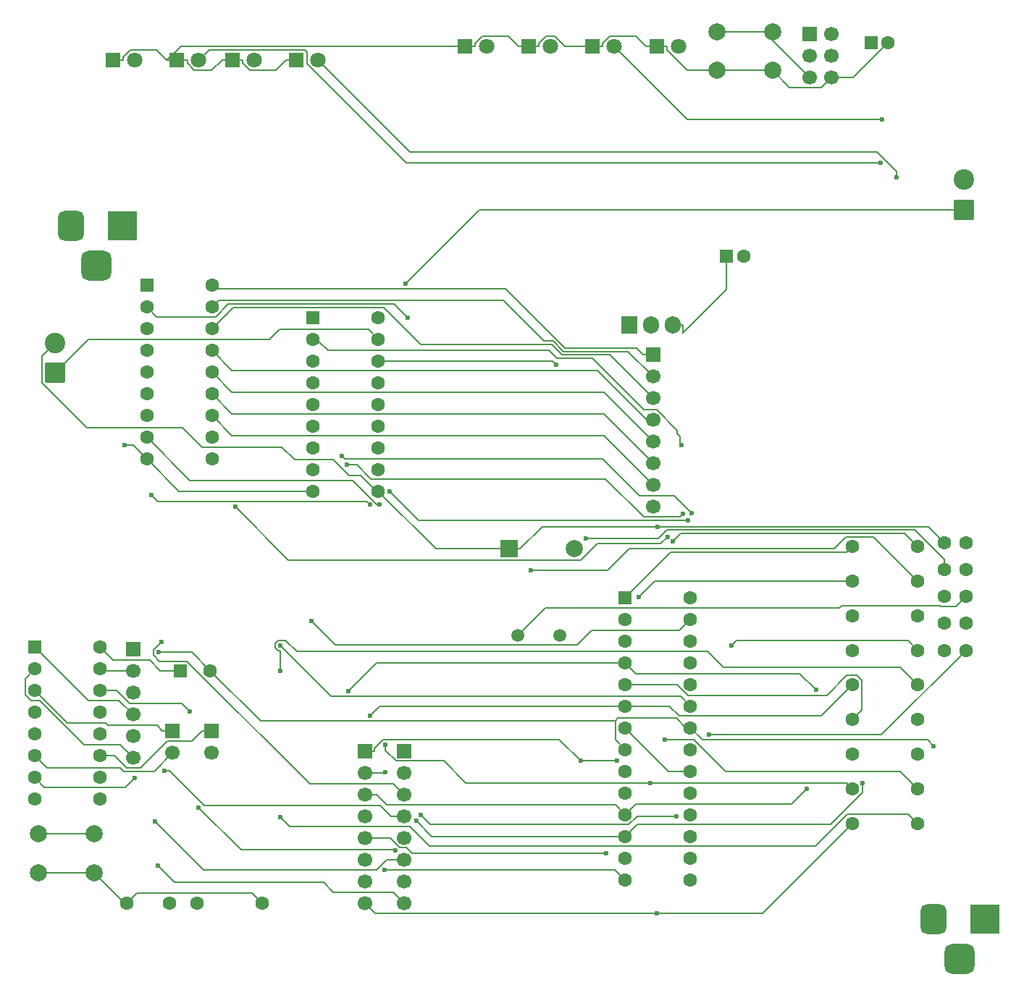
<source format=gbr>
%TF.GenerationSoftware,KiCad,Pcbnew,9.0.7*%
%TF.CreationDate,2026-02-28T21:15:57+05:30*%
%TF.ProjectId,IPD AVR (2),49504420-4156-4522-9028-32292e6b6963,rev?*%
%TF.SameCoordinates,Original*%
%TF.FileFunction,Copper,L1,Top*%
%TF.FilePolarity,Positive*%
%FSLAX46Y46*%
G04 Gerber Fmt 4.6, Leading zero omitted, Abs format (unit mm)*
G04 Created by KiCad (PCBNEW 9.0.7) date 2026-02-28 21:15:57*
%MOMM*%
%LPD*%
G01*
G04 APERTURE LIST*
G04 Aperture macros list*
%AMRoundRect*
0 Rectangle with rounded corners*
0 $1 Rounding radius*
0 $2 $3 $4 $5 $6 $7 $8 $9 X,Y pos of 4 corners*
0 Add a 4 corners polygon primitive as box body*
4,1,4,$2,$3,$4,$5,$6,$7,$8,$9,$2,$3,0*
0 Add four circle primitives for the rounded corners*
1,1,$1+$1,$2,$3*
1,1,$1+$1,$4,$5*
1,1,$1+$1,$6,$7*
1,1,$1+$1,$8,$9*
0 Add four rect primitives between the rounded corners*
20,1,$1+$1,$2,$3,$4,$5,0*
20,1,$1+$1,$4,$5,$6,$7,0*
20,1,$1+$1,$6,$7,$8,$9,0*
20,1,$1+$1,$8,$9,$2,$3,0*%
G04 Aperture macros list end*
%TA.AperFunction,ComponentPad*%
%ADD10R,1.905000X2.000000*%
%TD*%
%TA.AperFunction,ComponentPad*%
%ADD11O,1.905000X2.000000*%
%TD*%
%TA.AperFunction,ComponentPad*%
%ADD12R,1.700000X1.700000*%
%TD*%
%TA.AperFunction,ComponentPad*%
%ADD13C,1.700000*%
%TD*%
%TA.AperFunction,ComponentPad*%
%ADD14R,1.800000X1.800000*%
%TD*%
%TA.AperFunction,ComponentPad*%
%ADD15C,1.800000*%
%TD*%
%TA.AperFunction,ComponentPad*%
%ADD16C,1.600000*%
%TD*%
%TA.AperFunction,ComponentPad*%
%ADD17RoundRect,0.250000X-0.550000X-0.550000X0.550000X-0.550000X0.550000X0.550000X-0.550000X0.550000X0*%
%TD*%
%TA.AperFunction,ComponentPad*%
%ADD18C,1.500000*%
%TD*%
%TA.AperFunction,ComponentPad*%
%ADD19RoundRect,0.250001X0.949999X-0.949999X0.949999X0.949999X-0.949999X0.949999X-0.949999X-0.949999X0*%
%TD*%
%TA.AperFunction,ComponentPad*%
%ADD20C,2.400000*%
%TD*%
%TA.AperFunction,ComponentPad*%
%ADD21R,2.000000X2.000000*%
%TD*%
%TA.AperFunction,ComponentPad*%
%ADD22C,2.000000*%
%TD*%
%TA.AperFunction,ComponentPad*%
%ADD23R,3.500000X3.500000*%
%TD*%
%TA.AperFunction,ComponentPad*%
%ADD24RoundRect,0.750000X-0.750000X-1.000000X0.750000X-1.000000X0.750000X1.000000X-0.750000X1.000000X0*%
%TD*%
%TA.AperFunction,ComponentPad*%
%ADD25RoundRect,0.875000X-0.875000X-0.875000X0.875000X-0.875000X0.875000X0.875000X-0.875000X0.875000X0*%
%TD*%
%TA.AperFunction,ViaPad*%
%ADD26C,0.600000*%
%TD*%
%TA.AperFunction,Conductor*%
%ADD27C,0.200000*%
%TD*%
G04 APERTURE END LIST*
D10*
%TO.P,U1,1,IN*%
%TO.N,V_Motor*%
X114880000Y-93450000D03*
D11*
%TO.P,U1,2,GND*%
%TO.N,GND*%
X117420000Y-93450000D03*
%TO.P,U1,3,OUT*%
%TO.N,+5V*%
X119960000Y-93450000D03*
%TD*%
D12*
%TO.P,J2,1,Pin_1*%
%TO.N,Net-(J2-Pin_1)*%
X135960000Y-59480000D03*
D13*
%TO.P,J2,2,Pin_2*%
%TO.N,+5V*%
X138500000Y-59480000D03*
%TO.P,J2,3,Pin_3*%
%TO.N,Net-(J2-Pin_3)*%
X135960000Y-62020000D03*
%TO.P,J2,4,Pin_4*%
%TO.N,Net-(J2-Pin_4)*%
X138500000Y-62020000D03*
%TO.P,J2,5,Pin_5*%
%TO.N,Net-(J2-Pin_5)*%
X135960000Y-64560000D03*
%TO.P,J2,6,Pin_6*%
%TO.N,GND*%
X138500000Y-64560000D03*
%TD*%
D14*
%TO.P,D6,1,K*%
%TO.N,GND*%
X68500000Y-62500000D03*
D15*
%TO.P,D6,2,A*%
%TO.N,Net-(D6-A)*%
X71040000Y-62500000D03*
%TD*%
D16*
%TO.P,R10,1*%
%TO.N,5v*%
X64340000Y-161100000D03*
%TO.P,R10,2*%
%TO.N,reset*%
X71960000Y-161100000D03*
%TD*%
%TO.P,C4,1*%
%TO.N,Net-(U2-XTAL1{slash}PB6)*%
X151770000Y-122100000D03*
%TO.P,C4,2*%
%TO.N,GND*%
X154270000Y-122100000D03*
%TD*%
D14*
%TO.P,D5,1,K*%
%TO.N,GND*%
X110620000Y-60920000D03*
D15*
%TO.P,D5,2,A*%
%TO.N,Net-(D5-A)*%
X113160000Y-60920000D03*
%TD*%
D14*
%TO.P,D8,1,K*%
%TO.N,GND*%
X75980000Y-62500000D03*
D15*
%TO.P,D8,2,A*%
%TO.N,Net-(D8-A)*%
X78520000Y-62500000D03*
%TD*%
D12*
%TO.P,J3,1,Pin_1*%
%TO.N,PD7*%
X84000000Y-143340000D03*
D13*
%TO.P,J3,2,Pin_2*%
%TO.N,PD6*%
X84000000Y-145880000D03*
%TO.P,J3,3,Pin_3*%
%TO.N,PD5*%
X84000000Y-148420000D03*
%TO.P,J3,4,Pin_4*%
%TO.N,PD4*%
X84000000Y-150960000D03*
%TO.P,J3,5,Pin_5*%
%TO.N,PD3*%
X84000000Y-153500000D03*
%TO.P,J3,6,Pin_6*%
%TO.N,PD2*%
X84000000Y-156040000D03*
%TO.P,J3,7,Pin_7*%
%TO.N,PD1*%
X84000000Y-158580000D03*
%TO.P,J3,8,Pin_8*%
%TO.N,PD0*%
X84000000Y-161120000D03*
%TD*%
D16*
%TO.P,R8,1*%
%TO.N,PD1*%
X141000000Y-147750000D03*
%TO.P,R8,2*%
%TO.N,Net-(D3-A)*%
X148620000Y-147750000D03*
%TD*%
D14*
%TO.P,D7,1,K*%
%TO.N,GND*%
X118100000Y-60920000D03*
D15*
%TO.P,D7,2,A*%
%TO.N,Net-(D7-A)*%
X120640000Y-60920000D03*
%TD*%
D17*
%TO.P,C8,1*%
%TO.N,12v*%
X62424700Y-133930000D03*
D16*
%TO.P,C8,2*%
%TO.N,GND*%
X65924700Y-133930000D03*
%TD*%
D18*
%TO.P,Y1,1,1*%
%TO.N,Net-(U2-XTAL2{slash}PB7)*%
X101910000Y-129800000D03*
%TO.P,Y1,2,2*%
%TO.N,Net-(U2-XTAL1{slash}PB6)*%
X106790000Y-129800000D03*
%TD*%
D16*
%TO.P,R1,1*%
%TO.N,Net-(J2-Pin_5)*%
X141000000Y-119400000D03*
%TO.P,R1,2*%
%TO.N,+5V*%
X148620000Y-119400000D03*
%TD*%
D14*
%TO.P,D4,1,K*%
%TO.N,GND*%
X62040000Y-62500000D03*
D15*
%TO.P,D4,2,A*%
%TO.N,Net-(D4-A)*%
X64580000Y-62500000D03*
%TD*%
D12*
%TO.P,J8,1,Pin_1*%
%TO.N,Net-(J8-Pin_1)*%
X56910000Y-131450000D03*
D13*
%TO.P,J8,2,Pin_2*%
%TO.N,Net-(J8-Pin_2)*%
X56910000Y-133990000D03*
%TO.P,J8,3,Pin_3*%
%TO.N,Net-(J8-Pin_3)*%
X56910000Y-136530000D03*
%TO.P,J8,4,Pin_4*%
%TO.N,Net-(J8-Pin_4)*%
X56910000Y-139070000D03*
%TO.P,J8,5,Pin_5*%
%TO.N,Net-(J8-Pin_5)*%
X56910000Y-141610000D03*
%TO.P,J8,6,Pin_6*%
%TO.N,Net-(J8-Pin_6)*%
X56910000Y-144150000D03*
%TD*%
D14*
%TO.P,D1,1,K*%
%TO.N,GND*%
X95660000Y-60920000D03*
D15*
%TO.P,D1,2,A*%
%TO.N,Net-(D1-A)*%
X98200000Y-60920000D03*
%TD*%
D17*
%TO.P,U5,1,EN1\u002C2*%
%TO.N,Net-(J8-Pin_4)*%
X45420000Y-131200000D03*
D16*
%TO.P,U5,2,1A*%
%TO.N,Net-(J8-Pin_6)*%
X45420000Y-133740000D03*
%TO.P,U5,3,1Y*%
%TO.N,Net-(J9-Pin_1)*%
X45420000Y-136280000D03*
%TO.P,U5,4,GND*%
%TO.N,GND*%
X45420000Y-138820000D03*
%TO.P,U5,5,GND*%
X45420000Y-141360000D03*
%TO.P,U5,6,2Y*%
%TO.N,Net-(J9-Pin_2)*%
X45420000Y-143900000D03*
%TO.P,U5,7,2A*%
%TO.N,Net-(J8-Pin_5)*%
X45420000Y-146440000D03*
%TO.P,U5,8,VCC2*%
%TO.N,12v*%
X45420000Y-148980000D03*
%TO.P,U5,9,EN3\u002C4*%
%TO.N,Net-(J8-Pin_1)*%
X53040000Y-148980000D03*
%TO.P,U5,10,3A*%
%TO.N,Net-(J8-Pin_3)*%
X53040000Y-146440000D03*
%TO.P,U5,11,3Y*%
%TO.N,Net-(J10-Pin_1)*%
X53040000Y-143900000D03*
%TO.P,U5,12,GND*%
%TO.N,GND*%
X53040000Y-141360000D03*
%TO.P,U5,13,GND*%
X53040000Y-138820000D03*
%TO.P,U5,14,4Y*%
%TO.N,Net-(J10-Pin_2)*%
X53040000Y-136280000D03*
%TO.P,U5,15,4A*%
%TO.N,Net-(J8-Pin_2)*%
X53040000Y-133740000D03*
%TO.P,U5,16,VCC1*%
%TO.N,12v*%
X53040000Y-131200000D03*
%TD*%
D19*
%TO.P,J4,1,Pin_1*%
%TO.N,Net-(J4-Pin_1)*%
X154000000Y-80000000D03*
D20*
%TO.P,J4,2,Pin_2*%
%TO.N,V_Motor*%
X154000000Y-76500000D03*
%TD*%
D16*
%TO.P,C2,1*%
%TO.N,V_Motor*%
X151770000Y-118950000D03*
%TO.P,C2,2*%
%TO.N,GND*%
X154270000Y-118950000D03*
%TD*%
D17*
%TO.P,C3,1*%
%TO.N,+5V*%
X126289800Y-85410000D03*
D16*
%TO.P,C3,2*%
%TO.N,GND*%
X128289800Y-85410000D03*
%TD*%
D12*
%TO.P,J7,1,Pin_1*%
%TO.N,Net-(J7-Pin_1)*%
X117680000Y-96960000D03*
D13*
%TO.P,J7,2,Pin_2*%
%TO.N,Net-(J7-Pin_2)*%
X117680000Y-99500000D03*
%TO.P,J7,3,Pin_3*%
%TO.N,Net-(J7-Pin_3)*%
X117680000Y-102040000D03*
%TO.P,J7,4,Pin_4*%
%TO.N,Net-(J7-Pin_4)*%
X117680000Y-104580000D03*
%TO.P,J7,5,Pin_5*%
%TO.N,Net-(J7-Pin_5)*%
X117680000Y-107120000D03*
%TO.P,J7,6,Pin_6*%
%TO.N,Net-(J7-Pin_6)*%
X117680000Y-109660000D03*
%TO.P,J7,7,Pin_7*%
%TO.N,Net-(J7-Pin_7)*%
X117680000Y-112200000D03*
%TO.P,J7,8,Pin_8*%
%TO.N,Net-(J7-Pin_8)*%
X117680000Y-114740000D03*
%TD*%
D12*
%TO.P,J10,1,Pin_1*%
%TO.N,Net-(J10-Pin_1)*%
X66090000Y-141000000D03*
D13*
%TO.P,J10,2,Pin_2*%
%TO.N,Net-(J10-Pin_2)*%
X66090000Y-143540000D03*
%TD*%
D16*
%TO.P,C7,1*%
%TO.N,GND*%
X151770000Y-131550000D03*
%TO.P,C7,2*%
%TO.N,Net-(U2-AREF)*%
X154270000Y-131550000D03*
%TD*%
D19*
%TO.P,J5,1,Pin_1*%
%TO.N,Net-(J5-Pin_1)*%
X47790000Y-99120000D03*
D20*
%TO.P,J5,2,Pin_2*%
%TO.N,V_Motor*%
X47790000Y-95620000D03*
%TD*%
D16*
%TO.P,R5,1*%
%TO.N,PD4*%
X141000000Y-135600000D03*
%TO.P,R5,2*%
%TO.N,Net-(D6-A)*%
X148620000Y-135600000D03*
%TD*%
%TO.P,R4,1*%
%TO.N,PD5*%
X141000000Y-131550000D03*
%TO.P,R4,2*%
%TO.N,Net-(D7-A)*%
X148620000Y-131550000D03*
%TD*%
D12*
%TO.P,J6,1,Pin_1*%
%TO.N,Net-(J6-Pin_1)*%
X88590000Y-143340000D03*
D13*
%TO.P,J6,2,Pin_2*%
%TO.N,Net-(J6-Pin_2)*%
X88590000Y-145880000D03*
%TO.P,J6,3,Pin_3*%
%TO.N,Net-(J6-Pin_3)*%
X88590000Y-148420000D03*
%TO.P,J6,4,Pin_4*%
%TO.N,Net-(J6-Pin_4)*%
X88590000Y-150960000D03*
%TO.P,J6,5,Pin_5*%
%TO.N,Net-(J6-Pin_5)*%
X88590000Y-153500000D03*
%TO.P,J6,6,Pin_6*%
%TO.N,Net-(J6-Pin_6)*%
X88590000Y-156040000D03*
%TO.P,J6,7,Pin_7*%
%TO.N,Net-(J6-Pin_7)*%
X88590000Y-158580000D03*
%TO.P,J6,8,Pin_8*%
%TO.N,Net-(J6-Pin_8)*%
X88590000Y-161120000D03*
%TD*%
D16*
%TO.P,C5,1*%
%TO.N,GND*%
X151770000Y-125250000D03*
%TO.P,C5,2*%
%TO.N,Net-(U2-XTAL2{slash}PB7)*%
X154270000Y-125250000D03*
%TD*%
D12*
%TO.P,J9,1,Pin_1*%
%TO.N,Net-(J9-Pin_1)*%
X61500000Y-141000000D03*
D13*
%TO.P,J9,2,Pin_2*%
%TO.N,Net-(J9-Pin_2)*%
X61500000Y-143540000D03*
%TD*%
D16*
%TO.P,R7,1*%
%TO.N,PD2*%
X141000000Y-143700000D03*
%TO.P,R7,2*%
%TO.N,Net-(D4-A)*%
X148620000Y-143700000D03*
%TD*%
D17*
%TO.P,U3,1,I1*%
%TO.N,PC0*%
X77950000Y-92620000D03*
D16*
%TO.P,U3,2,I2*%
%TO.N,PC1*%
X77950000Y-95160000D03*
%TO.P,U3,3,I3*%
%TO.N,PC2*%
X77950000Y-97700000D03*
%TO.P,U3,4,I4*%
%TO.N,PC3*%
X77950000Y-100240000D03*
%TO.P,U3,5,I5*%
%TO.N,PC4*%
X77950000Y-102780000D03*
%TO.P,U3,6,I6*%
%TO.N,PC5*%
X77950000Y-105320000D03*
%TO.P,U3,7,I7*%
%TO.N,PB0*%
X77950000Y-107860000D03*
%TO.P,U3,8,I8*%
%TO.N,PB1*%
X77950000Y-110400000D03*
%TO.P,U3,9,GND*%
%TO.N,GND*%
X77950000Y-112940000D03*
%TO.P,U3,10,COM*%
%TO.N,V_Motor*%
X85570000Y-112940000D03*
%TO.P,U3,11,O8*%
%TO.N,unconnected-(U3-O8-Pad11)*%
X85570000Y-110400000D03*
%TO.P,U3,12,O7*%
%TO.N,unconnected-(U3-O7-Pad12)*%
X85570000Y-107860000D03*
%TO.P,U3,13,O6*%
%TO.N,unconnected-(U3-O6-Pad13)*%
X85570000Y-105320000D03*
%TO.P,U3,14,O5*%
%TO.N,unconnected-(U3-O5-Pad14)*%
X85570000Y-102780000D03*
%TO.P,U3,15,O4*%
%TO.N,unconnected-(U3-O4-Pad15)*%
X85570000Y-100240000D03*
%TO.P,U3,16,O3*%
%TO.N,Net-(BZ1--)*%
X85570000Y-97700000D03*
%TO.P,U3,17,O2*%
%TO.N,Net-(J5-Pin_1)*%
X85570000Y-95160000D03*
%TO.P,U3,18,O1*%
%TO.N,Net-(J4-Pin_1)*%
X85570000Y-92620000D03*
%TD*%
D21*
%TO.P,BZ1,1,+*%
%TO.N,V_Motor*%
X100850000Y-119670000D03*
D22*
%TO.P,BZ1,2,-*%
%TO.N,Net-(BZ1--)*%
X108450000Y-119670000D03*
%TD*%
D16*
%TO.P,R6,1*%
%TO.N,PD3*%
X141000000Y-139650000D03*
%TO.P,R6,2*%
%TO.N,Net-(D5-A)*%
X148620000Y-139650000D03*
%TD*%
D17*
%TO.P,U4,1,I1*%
%TO.N,Net-(J6-Pin_8)*%
X58500000Y-88860000D03*
D16*
%TO.P,U4,2,I2*%
%TO.N,Net-(J6-Pin_7)*%
X58500000Y-91400000D03*
%TO.P,U4,3,I3*%
%TO.N,Net-(J6-Pin_6)*%
X58500000Y-93940000D03*
%TO.P,U4,4,I4*%
%TO.N,Net-(J6-Pin_5)*%
X58500000Y-96480000D03*
%TO.P,U4,5,I5*%
%TO.N,Net-(J6-Pin_4)*%
X58500000Y-99020000D03*
%TO.P,U4,6,I6*%
%TO.N,Net-(J6-Pin_3)*%
X58500000Y-101560000D03*
%TO.P,U4,7,I7*%
%TO.N,Net-(J6-Pin_2)*%
X58500000Y-104100000D03*
%TO.P,U4,8,I8*%
%TO.N,Net-(J6-Pin_1)*%
X58500000Y-106640000D03*
%TO.P,U4,9,GND*%
%TO.N,GND*%
X58500000Y-109180000D03*
%TO.P,U4,10,COM*%
%TO.N,12v*%
X66120000Y-109180000D03*
%TO.P,U4,11,O8*%
%TO.N,Net-(J7-Pin_8)*%
X66120000Y-106640000D03*
%TO.P,U4,12,O7*%
%TO.N,Net-(J7-Pin_7)*%
X66120000Y-104100000D03*
%TO.P,U4,13,O6*%
%TO.N,Net-(J7-Pin_6)*%
X66120000Y-101560000D03*
%TO.P,U4,14,O5*%
%TO.N,Net-(J7-Pin_5)*%
X66120000Y-99020000D03*
%TO.P,U4,15,O4*%
%TO.N,Net-(J7-Pin_4)*%
X66120000Y-96480000D03*
%TO.P,U4,16,O3*%
%TO.N,Net-(J7-Pin_3)*%
X66120000Y-93940000D03*
%TO.P,U4,17,O2*%
%TO.N,Net-(J7-Pin_2)*%
X66120000Y-91400000D03*
%TO.P,U4,18,O1*%
%TO.N,Net-(J7-Pin_1)*%
X66120000Y-88860000D03*
%TD*%
D17*
%TO.P,U2,1,~{RESET}/PC6*%
%TO.N,Net-(J2-Pin_5)*%
X114420000Y-125380000D03*
D16*
%TO.P,U2,2,PD0*%
%TO.N,PD0*%
X114420000Y-127920000D03*
%TO.P,U2,3,PD1*%
%TO.N,PD1*%
X114420000Y-130460000D03*
%TO.P,U2,4,PD2*%
%TO.N,PD2*%
X114420000Y-133000000D03*
%TO.P,U2,5,PD3*%
%TO.N,PD3*%
X114420000Y-135540000D03*
%TO.P,U2,6,PD4*%
%TO.N,PD4*%
X114420000Y-138080000D03*
%TO.P,U2,7,VCC*%
%TO.N,+5V*%
X114420000Y-140620000D03*
%TO.P,U2,8,GND*%
%TO.N,GND*%
X114420000Y-143160000D03*
%TO.P,U2,9,XTAL1/PB6*%
%TO.N,Net-(U2-XTAL1{slash}PB6)*%
X114420000Y-145700000D03*
%TO.P,U2,10,XTAL2/PB7*%
%TO.N,Net-(U2-XTAL2{slash}PB7)*%
X114420000Y-148240000D03*
%TO.P,U2,11,PD5*%
%TO.N,PD5*%
X114420000Y-150780000D03*
%TO.P,U2,12,PD6*%
%TO.N,PD6*%
X114420000Y-153320000D03*
%TO.P,U2,13,PD7*%
%TO.N,PD7*%
X114420000Y-155860000D03*
%TO.P,U2,14,PB0*%
%TO.N,PB0*%
X114420000Y-158400000D03*
%TO.P,U2,15,PB1*%
%TO.N,PB1*%
X122040000Y-158400000D03*
%TO.P,U2,16,PB2*%
%TO.N,unconnected-(U2-PB2-Pad16)*%
X122040000Y-155860000D03*
%TO.P,U2,17,PB3*%
%TO.N,Net-(J2-Pin_4)*%
X122040000Y-153320000D03*
%TO.P,U2,18,PB4*%
%TO.N,Net-(J2-Pin_1)*%
X122040000Y-150780000D03*
%TO.P,U2,19,PB5*%
%TO.N,Net-(J2-Pin_3)*%
X122040000Y-148240000D03*
%TO.P,U2,20,AVCC*%
%TO.N,+5V*%
X122040000Y-145700000D03*
%TO.P,U2,21,AREF*%
%TO.N,Net-(U2-AREF)*%
X122040000Y-143160000D03*
%TO.P,U2,22,GND*%
%TO.N,GND*%
X122040000Y-140620000D03*
%TO.P,U2,23,PC0*%
%TO.N,PC0*%
X122040000Y-138080000D03*
%TO.P,U2,24,PC1*%
%TO.N,PC1*%
X122040000Y-135540000D03*
%TO.P,U2,25,PC2*%
%TO.N,PC2*%
X122040000Y-133000000D03*
%TO.P,U2,26,PC3*%
%TO.N,PC3*%
X122040000Y-130460000D03*
%TO.P,U2,27,PC4*%
%TO.N,PC4*%
X122040000Y-127920000D03*
%TO.P,U2,28,PC5*%
%TO.N,PC5*%
X122040000Y-125380000D03*
%TD*%
D23*
%TO.P,J1,1*%
%TO.N,V_Motor*%
X156500000Y-163000000D03*
D24*
%TO.P,J1,2*%
%TO.N,GND*%
X150500000Y-163000000D03*
D25*
%TO.P,J1,3*%
%TO.N,N/C*%
X153500000Y-167700000D03*
%TD*%
D22*
%TO.P,SW2,1,1*%
%TO.N,GND*%
X45860000Y-153050000D03*
X52360000Y-153050000D03*
%TO.P,SW2,2,2*%
%TO.N,reset*%
X45860000Y-157550000D03*
X52360000Y-157550000D03*
%TD*%
D14*
%TO.P,D3,1,K*%
%TO.N,GND*%
X103140000Y-60920000D03*
D15*
%TO.P,D3,2,A*%
%TO.N,Net-(D3-A)*%
X105680000Y-60920000D03*
%TD*%
D16*
%TO.P,R2,1*%
%TO.N,PD7*%
X141000000Y-123450000D03*
%TO.P,R2,2*%
%TO.N,Net-(D1-A)*%
X148620000Y-123450000D03*
%TD*%
D17*
%TO.P,C1,1*%
%TO.N,V_Motor*%
X143169800Y-60460000D03*
D16*
%TO.P,C1,2*%
%TO.N,GND*%
X145169800Y-60460000D03*
%TD*%
%TO.P,C6,1*%
%TO.N,+5V*%
X151770000Y-128400000D03*
%TO.P,C6,2*%
%TO.N,GND*%
X154270000Y-128400000D03*
%TD*%
D23*
%TO.P,J11,1*%
%TO.N,12v*%
X55640000Y-81885000D03*
D24*
%TO.P,J11,2*%
%TO.N,GND*%
X49640000Y-81885000D03*
D25*
%TO.P,J11,3*%
%TO.N,N/C*%
X52640000Y-86585000D03*
%TD*%
D16*
%TO.P,R9,1*%
%TO.N,PD0*%
X141000000Y-151800000D03*
%TO.P,R9,2*%
%TO.N,Net-(D2-A)*%
X148620000Y-151800000D03*
%TD*%
%TO.P,R3,1*%
%TO.N,PD6*%
X141000000Y-127500000D03*
%TO.P,R3,2*%
%TO.N,Net-(D8-A)*%
X148620000Y-127500000D03*
%TD*%
D14*
%TO.P,D2,1,K*%
%TO.N,GND*%
X54560000Y-62500000D03*
D15*
%TO.P,D2,2,A*%
%TO.N,Net-(D2-A)*%
X57100000Y-62500000D03*
%TD*%
D16*
%TO.P,C9,1*%
%TO.N,reset*%
X56190000Y-161100000D03*
%TO.P,C9,2*%
%TO.N,GND*%
X61190000Y-161100000D03*
%TD*%
D22*
%TO.P,SW1,1,1*%
%TO.N,Net-(J2-Pin_5)*%
X125140000Y-59210000D03*
X131640000Y-59210000D03*
%TO.P,SW1,2,2*%
%TO.N,GND*%
X125140000Y-63710000D03*
X131640000Y-63710000D03*
%TD*%
D26*
%TO.N,Net-(J10-Pin_2)*%
X63495800Y-138708800D03*
%TO.N,Net-(J8-Pin_5)*%
X57096100Y-146474900D03*
%TO.N,PC2*%
X81312600Y-108791100D03*
X122231300Y-115544600D03*
%TO.N,PC3*%
X81907600Y-109854100D03*
X121202200Y-115578700D03*
%TO.N,PC0*%
X74133400Y-131003000D03*
%TO.N,PC1*%
X121024500Y-107566300D03*
%TO.N,PB1*%
X90546800Y-150845600D03*
X120393800Y-150947600D03*
%TO.N,PB0*%
X86331300Y-157218500D03*
%TO.N,PC4*%
X77721100Y-128088900D03*
%TO.N,PC5*%
X121804000Y-116361700D03*
X86908700Y-112989200D03*
%TO.N,Net-(J7-Pin_8)*%
X119364200Y-118284800D03*
X68828400Y-114762600D03*
%TO.N,Net-(J6-Pin_1)*%
X85707900Y-114452900D03*
%TO.N,Net-(J6-Pin_6)*%
X59456700Y-151543300D03*
%TO.N,Net-(J6-Pin_7)*%
X89018800Y-92663200D03*
%TO.N,Net-(J6-Pin_5)*%
X64574600Y-149934400D03*
X87541400Y-154945200D03*
%TO.N,Net-(J6-Pin_4)*%
X60533500Y-145679700D03*
%TO.N,Net-(J6-Pin_3)*%
X60184800Y-130591400D03*
%TO.N,Net-(J6-Pin_2)*%
X84571900Y-114529500D03*
X59069500Y-113429900D03*
%TO.N,Net-(J6-Pin_8)*%
X59780300Y-156752700D03*
%TO.N,Net-(J4-Pin_1)*%
X88774700Y-88634800D03*
%TO.N,PD6*%
X86399700Y-145775800D03*
X89984900Y-151512500D03*
X142177200Y-147065400D03*
%TO.N,PD4*%
X84596300Y-139186700D03*
%TO.N,PD7*%
X109233500Y-144491700D03*
X113462600Y-144446200D03*
X116052600Y-125285700D03*
%TO.N,PD1*%
X117364400Y-147060000D03*
X86413500Y-142613400D03*
%TO.N,PD5*%
X135683500Y-147728500D03*
%TO.N,PD2*%
X136764500Y-136183500D03*
X82025800Y-136309100D03*
%TO.N,PD3*%
X112191600Y-155312100D03*
%TO.N,PD0*%
X118092700Y-162289400D03*
%TO.N,Net-(D8-A)*%
X146148000Y-76199400D03*
%TO.N,Net-(D7-A)*%
X126886500Y-131020700D03*
%TO.N,Net-(D6-A)*%
X74115700Y-133952500D03*
%TO.N,Net-(D5-A)*%
X144478900Y-69452900D03*
%TO.N,Net-(D4-A)*%
X144294900Y-74533500D03*
%TO.N,Net-(D3-A)*%
X119046400Y-142008900D03*
%TO.N,Net-(D2-A)*%
X74115700Y-151073700D03*
%TO.N,Net-(D1-A)*%
X103433700Y-122225300D03*
%TO.N,Net-(U2-AREF)*%
X124270900Y-141420100D03*
%TO.N,Net-(U2-XTAL1{slash}PB6)*%
X109874300Y-118468400D03*
%TO.N,+5V*%
X120000000Y-118821000D03*
%TO.N,GND*%
X59851400Y-131796200D03*
X150500000Y-142747900D03*
X55925100Y-107566300D03*
%TO.N,Net-(BZ1--)*%
X106365500Y-98112500D03*
%TO.N,V_Motor*%
X118181300Y-117087000D03*
%TD*%
D27*
%TO.N,Net-(D6-A)*%
X74115700Y-131604000D02*
X74115700Y-133952500D01*
X73884457Y-131604000D02*
X74115700Y-131604000D01*
X73532400Y-131251943D02*
X73884457Y-131604000D01*
X73532400Y-130754057D02*
X73532400Y-131251943D01*
X73860900Y-130401100D02*
X73873129Y-130413329D01*
X76027000Y-131697000D02*
X74731100Y-130401100D01*
X74731100Y-130401100D02*
X73860900Y-130401100D01*
X124024400Y-131697000D02*
X76027000Y-131697000D01*
X73873129Y-130413329D02*
X73532400Y-130754057D01*
X146593600Y-133573600D02*
X125901000Y-133573600D01*
X148620000Y-135600000D02*
X146593600Y-133573600D01*
X125901000Y-133573600D02*
X124024400Y-131697000D01*
%TO.N,+5V*%
X121214200Y-93450000D02*
X121214200Y-94450000D01*
X119960000Y-93450000D02*
X121214200Y-93450000D01*
%TO.N,Net-(J10-Pin_2)*%
X54953100Y-136280000D02*
X53040000Y-136280000D01*
X56473200Y-137800100D02*
X54953100Y-136280000D01*
X62587100Y-137800100D02*
X56473200Y-137800100D01*
X63495800Y-138708800D02*
X62587100Y-137800100D01*
%TO.N,Net-(J10-Pin_1)*%
X66090000Y-141000000D02*
X64938300Y-141000000D01*
X63786600Y-142151700D02*
X64938300Y-141000000D01*
X60916300Y-142151700D02*
X63786600Y-142151700D01*
X57765500Y-145302500D02*
X60916300Y-142151700D01*
X56160000Y-145302500D02*
X57765500Y-145302500D01*
X54757500Y-143900000D02*
X56160000Y-145302500D01*
X53040000Y-143900000D02*
X54757500Y-143900000D01*
%TO.N,Net-(J9-Pin_2)*%
X59335800Y-145704200D02*
X61500000Y-143540000D01*
X55793500Y-145704200D02*
X59335800Y-145704200D01*
X55393300Y-145304000D02*
X55793500Y-145704200D01*
X46824000Y-145304000D02*
X55393300Y-145304000D01*
X45420000Y-143900000D02*
X46824000Y-145304000D01*
%TO.N,Net-(J9-Pin_1)*%
X61500000Y-141000000D02*
X60348300Y-141000000D01*
X49228500Y-140088500D02*
X45420000Y-136280000D01*
X53742600Y-140088500D02*
X49228500Y-140088500D01*
X53994100Y-140340000D02*
X53742600Y-140088500D01*
X59688300Y-140340000D02*
X53994100Y-140340000D01*
X60348300Y-141000000D02*
X59688300Y-140340000D01*
%TO.N,Net-(J8-Pin_6)*%
X55390000Y-142630000D02*
X56910000Y-144150000D01*
X51195200Y-142630000D02*
X55390000Y-142630000D01*
X45973600Y-137408400D02*
X51195200Y-142630000D01*
X44952700Y-137408400D02*
X45973600Y-137408400D01*
X44293900Y-136749600D02*
X44952700Y-137408400D01*
X44293900Y-134866100D02*
X44293900Y-136749600D01*
X45420000Y-133740000D02*
X44293900Y-134866100D01*
%TO.N,Net-(J8-Pin_5)*%
X46535600Y-147555600D02*
X45420000Y-146440000D01*
X56015400Y-147555600D02*
X46535600Y-147555600D01*
X57096100Y-146474900D02*
X56015400Y-147555600D01*
%TO.N,Net-(J8-Pin_2)*%
X53290000Y-133990000D02*
X53040000Y-133740000D01*
X56910000Y-133990000D02*
X53290000Y-133990000D01*
%TO.N,Net-(J8-Pin_4)*%
X55249900Y-137409900D02*
X56910000Y-139070000D01*
X51629900Y-137409900D02*
X55249900Y-137409900D01*
X45420000Y-131200000D02*
X51629900Y-137409900D01*
%TO.N,reset*%
X45860000Y-157550000D02*
X52360000Y-157550000D01*
X55910000Y-161100000D02*
X52360000Y-157550000D01*
X56190000Y-161100000D02*
X55910000Y-161100000D01*
X57359100Y-159930900D02*
X56190000Y-161100000D01*
X70790900Y-159930900D02*
X57359100Y-159930900D01*
X71960000Y-161100000D02*
X70790900Y-159930900D01*
%TO.N,12v*%
X60091600Y-133930000D02*
X62424700Y-133930000D01*
X58881600Y-132720000D02*
X60091600Y-133930000D01*
X54560000Y-132720000D02*
X58881600Y-132720000D01*
X53040000Y-131200000D02*
X54560000Y-132720000D01*
%TO.N,PC2*%
X120156700Y-113470000D02*
X122231300Y-115544600D01*
X116123000Y-113470000D02*
X120156700Y-113470000D01*
X111783000Y-109130000D02*
X116123000Y-113470000D01*
X81651500Y-109130000D02*
X111783000Y-109130000D01*
X81312600Y-108791100D02*
X81651500Y-109130000D01*
%TO.N,PC3*%
X120820900Y-115960000D02*
X121202200Y-115578700D01*
X116569700Y-115960000D02*
X120820900Y-115960000D01*
X112138100Y-111528400D02*
X116569700Y-115960000D01*
X84724400Y-111528400D02*
X112138100Y-111528400D01*
X83050100Y-109854100D02*
X84724400Y-111528400D01*
X81907600Y-109854100D02*
X83050100Y-109854100D01*
X121202200Y-115578700D02*
X121202200Y-115721700D01*
X121202200Y-115721700D02*
X121202200Y-115578700D01*
%TO.N,PC0*%
X120903500Y-136943500D02*
X122040000Y-138080000D01*
X80073900Y-136943500D02*
X120903500Y-136943500D01*
X74133400Y-131003000D02*
X80073900Y-136943500D01*
%TO.N,PC1*%
X120884000Y-107425800D02*
X120884000Y-106501000D01*
X121024500Y-107566300D02*
X120884000Y-107425800D01*
X120542000Y-106159000D02*
X120884000Y-106501000D01*
X78000000Y-95110000D02*
X77950000Y-95160000D01*
X78115000Y-95110000D02*
X78000000Y-95110000D01*
X77900000Y-95110000D02*
X78115000Y-95110000D01*
X78330000Y-95110000D02*
X78620000Y-95400000D01*
X78115000Y-95110000D02*
X78330000Y-95110000D01*
X79700000Y-96480000D02*
X78620000Y-95400000D01*
X105499200Y-96480000D02*
X79700000Y-96480000D01*
X106413900Y-97394700D02*
X105499200Y-96480000D01*
X110588200Y-97394700D02*
X106413900Y-97394700D01*
X116620300Y-103426800D02*
X110588200Y-97394700D01*
X118155600Y-103426800D02*
X116620300Y-103426800D01*
X120542000Y-105813200D02*
X118155600Y-103426800D01*
X120542000Y-106159000D02*
X120542000Y-105813200D01*
%TO.N,PB1*%
X77950000Y-110400000D02*
X77900000Y-110350000D01*
X77950000Y-110400000D02*
X78120000Y-110400000D01*
X115817200Y-150947600D02*
X120393800Y-150947600D01*
X114857700Y-151907100D02*
X115817200Y-150947600D01*
X91608300Y-151907100D02*
X114857700Y-151907100D01*
X90546800Y-150845600D02*
X91608300Y-151907100D01*
%TO.N,PB0*%
X113238500Y-157218500D02*
X114420000Y-158400000D01*
X86331300Y-157218500D02*
X113238500Y-157218500D01*
%TO.N,PC4*%
X80530800Y-130898600D02*
X77721100Y-128088900D01*
X108788300Y-130898600D02*
X80530800Y-130898600D01*
X110496900Y-129190000D02*
X108788300Y-130898600D01*
X120770000Y-129190000D02*
X110496900Y-129190000D01*
X122040000Y-127920000D02*
X120770000Y-129190000D01*
%TO.N,PC5*%
X90281200Y-116361700D02*
X121804000Y-116361700D01*
X86908700Y-112989200D02*
X90281200Y-116361700D01*
X121804000Y-116361700D02*
X121802400Y-116361700D01*
X121802400Y-116361700D02*
X121804000Y-116361700D01*
%TO.N,Net-(J7-Pin_5)*%
X68460000Y-101360000D02*
X66120000Y-99020000D01*
X111920000Y-101360000D02*
X68460000Y-101360000D01*
X117680000Y-107120000D02*
X111920000Y-101360000D01*
%TO.N,Net-(J7-Pin_8)*%
X75070900Y-121005100D02*
X68828400Y-114762600D01*
X109234400Y-121005100D02*
X75070900Y-121005100D01*
X111170900Y-119068600D02*
X109234400Y-121005100D01*
X118580400Y-119068600D02*
X111170900Y-119068600D01*
X119364200Y-118284800D02*
X118580400Y-119068600D01*
%TO.N,Net-(J7-Pin_7)*%
X111920000Y-106440000D02*
X117680000Y-112200000D01*
X68460000Y-106440000D02*
X111920000Y-106440000D01*
X66120000Y-104100000D02*
X68460000Y-106440000D01*
%TO.N,Net-(J7-Pin_2)*%
X66873200Y-90646800D02*
X66120000Y-91400000D01*
X100166100Y-90646800D02*
X66873200Y-90646800D01*
X104885300Y-95366000D02*
X100166100Y-90646800D01*
X106021300Y-95366000D02*
X104885300Y-95366000D01*
X107246600Y-96591300D02*
X106021300Y-95366000D01*
X114771300Y-96591300D02*
X107246600Y-96591300D01*
X117680000Y-99500000D02*
X114771300Y-96591300D01*
%TO.N,Net-(J7-Pin_1)*%
X117680000Y-96960000D02*
X116528300Y-96960000D01*
X66496500Y-89236500D02*
X66120000Y-88860000D01*
X100459800Y-89236500D02*
X66496500Y-89236500D01*
X107412900Y-96189600D02*
X100459800Y-89236500D01*
X115757900Y-96189600D02*
X107412900Y-96189600D01*
X116528300Y-96960000D02*
X115757900Y-96189600D01*
%TO.N,Net-(J7-Pin_3)*%
X112633000Y-96993000D02*
X117680000Y-102040000D01*
X107080300Y-96993000D02*
X112633000Y-96993000D01*
X105855000Y-95767700D02*
X107080300Y-96993000D01*
X90512200Y-95767700D02*
X105855000Y-95767700D01*
X86226000Y-91481500D02*
X90512200Y-95767700D01*
X68578500Y-91481500D02*
X86226000Y-91481500D01*
X66120000Y-93940000D02*
X68578500Y-91481500D01*
%TO.N,Net-(J7-Pin_6)*%
X111920000Y-103900000D02*
X117680000Y-109660000D01*
X68460000Y-103900000D02*
X111920000Y-103900000D01*
X66120000Y-101560000D02*
X68460000Y-103900000D01*
%TO.N,Net-(J7-Pin_4)*%
X116922700Y-104580000D02*
X117680000Y-104580000D01*
X111162700Y-98820000D02*
X116922700Y-104580000D01*
X68460000Y-98820000D02*
X111162700Y-98820000D01*
X66120000Y-96480000D02*
X68460000Y-98820000D01*
%TO.N,Net-(J6-Pin_1)*%
X63530000Y-111670000D02*
X58500000Y-106640000D01*
X82563300Y-111670000D02*
X63530000Y-111670000D01*
X85346200Y-114452900D02*
X82563300Y-111670000D01*
X85707900Y-114452900D02*
X85346200Y-114452900D01*
%TO.N,Net-(J6-Pin_6)*%
X65142900Y-157229500D02*
X59456700Y-151543300D01*
X85348600Y-157229500D02*
X65142900Y-157229500D01*
X86538100Y-156040000D02*
X85348600Y-157229500D01*
X88590000Y-156040000D02*
X86538100Y-156040000D01*
%TO.N,Net-(J6-Pin_7)*%
X87404100Y-91048500D02*
X89018800Y-92663200D01*
X68030100Y-91048500D02*
X87404100Y-91048500D01*
X66560500Y-92518100D02*
X68030100Y-91048500D01*
X59618100Y-92518100D02*
X66560500Y-92518100D01*
X58500000Y-91400000D02*
X59618100Y-92518100D01*
%TO.N,Net-(J6-Pin_5)*%
X69505200Y-154865000D02*
X64574600Y-149934400D01*
X87461200Y-154865000D02*
X69505200Y-154865000D01*
X87541400Y-154945200D02*
X87461200Y-154865000D01*
%TO.N,Net-(J6-Pin_4)*%
X61170800Y-145679700D02*
X60533500Y-145679700D01*
X65181100Y-149690000D02*
X61170800Y-145679700D01*
X85829800Y-149690000D02*
X65181100Y-149690000D01*
X87099800Y-150960000D02*
X85829800Y-149690000D01*
X88590000Y-150960000D02*
X87099800Y-150960000D01*
%TO.N,Net-(J6-Pin_3)*%
X59249600Y-131526600D02*
X60184800Y-130591400D01*
X59249600Y-132088900D02*
X59249600Y-131526600D01*
X59988000Y-132827300D02*
X59249600Y-132088900D01*
X63215500Y-132827300D02*
X59988000Y-132827300D01*
X77538200Y-147150000D02*
X63215500Y-132827300D01*
X87320000Y-147150000D02*
X77538200Y-147150000D01*
X88590000Y-148420000D02*
X87320000Y-147150000D01*
%TO.N,Net-(J6-Pin_2)*%
X59800500Y-114160900D02*
X59069500Y-113429900D01*
X84203300Y-114160900D02*
X59800500Y-114160900D01*
X84571900Y-114529500D02*
X84203300Y-114160900D01*
%TO.N,Net-(J6-Pin_8)*%
X61749300Y-158721700D02*
X59780300Y-156752700D01*
X79199400Y-158721700D02*
X61749300Y-158721700D01*
X80327700Y-159850000D02*
X79199400Y-158721700D01*
X87320000Y-159850000D02*
X80327700Y-159850000D01*
X88590000Y-161120000D02*
X87320000Y-159850000D01*
%TO.N,Net-(J5-Pin_1)*%
X84439300Y-94029300D02*
X85570000Y-95160000D01*
X74022000Y-94029300D02*
X84439300Y-94029300D01*
X72841300Y-95210000D02*
X74022000Y-94029300D01*
X51700000Y-95210000D02*
X72841300Y-95210000D01*
X47790000Y-99120000D02*
X51700000Y-95210000D01*
%TO.N,Net-(J4-Pin_1)*%
X97409500Y-80000000D02*
X154000000Y-80000000D01*
X88774700Y-88634800D02*
X97409500Y-80000000D01*
%TO.N,PD6*%
X86295500Y-145880000D02*
X86399700Y-145775800D01*
X84000000Y-145880000D02*
X86295500Y-145880000D01*
X91792400Y-153320000D02*
X89984900Y-151512500D01*
X114420000Y-153320000D02*
X91792400Y-153320000D01*
X86399700Y-145775800D02*
X86399700Y-145923200D01*
X86399700Y-145923200D02*
X86399700Y-145775800D01*
X142177200Y-148184800D02*
X142177200Y-147065400D01*
X138455100Y-151906900D02*
X142177200Y-148184800D01*
X115833100Y-151906900D02*
X138455100Y-151906900D01*
X114420000Y-153320000D02*
X115833100Y-151906900D01*
X89984900Y-151512500D02*
X89945100Y-151512500D01*
X89945100Y-151512500D02*
X89984900Y-151512500D01*
%TO.N,PD4*%
X85703000Y-138080000D02*
X114420000Y-138080000D01*
X84596300Y-139186700D02*
X85703000Y-138080000D01*
X119570700Y-138080000D02*
X114420000Y-138080000D01*
X120719300Y-139228600D02*
X119570700Y-138080000D01*
X137371400Y-139228600D02*
X120719300Y-139228600D01*
X141000000Y-135600000D02*
X137371400Y-139228600D01*
%TO.N,PD7*%
X117888300Y-123450000D02*
X141000000Y-123450000D01*
X116052600Y-125285700D02*
X117888300Y-123450000D01*
X84000000Y-143340000D02*
X85151700Y-143340000D01*
X113417100Y-144491700D02*
X113462600Y-144446200D01*
X109233500Y-144491700D02*
X113417100Y-144491700D01*
X85151700Y-142980100D02*
X85151700Y-143340000D01*
X86146100Y-141985700D02*
X85151700Y-142980100D01*
X106727500Y-141985700D02*
X86146100Y-141985700D01*
X109233500Y-144491700D02*
X106727500Y-141985700D01*
%TO.N,PD1*%
X140310000Y-147060000D02*
X117364400Y-147060000D01*
X141000000Y-147750000D02*
X140310000Y-147060000D01*
X93249300Y-144491700D02*
X87615000Y-144491700D01*
X95817600Y-147060000D02*
X93249300Y-144491700D01*
X117364400Y-147060000D02*
X95817600Y-147060000D01*
%TO.N,PD5*%
X85328000Y-148420000D02*
X84000000Y-148420000D01*
X86538100Y-149630100D02*
X85328000Y-148420000D01*
X113270100Y-149630100D02*
X86538100Y-149630100D01*
X114420000Y-150780000D02*
X113270100Y-149630100D01*
X115690000Y-149510000D02*
X114420000Y-150780000D01*
X133902000Y-149510000D02*
X115690000Y-149510000D01*
X135683500Y-147728500D02*
X133902000Y-149510000D01*
%TO.N,PD2*%
X115690000Y-134270000D02*
X114420000Y-133000000D01*
X134851000Y-134270000D02*
X115690000Y-134270000D01*
X136764500Y-136183500D02*
X134851000Y-134270000D01*
X85334900Y-133000000D02*
X114420000Y-133000000D01*
X82025800Y-136309100D02*
X85334900Y-133000000D01*
X136764500Y-136183500D02*
X136763300Y-136182300D01*
X136763300Y-136182300D02*
X136764500Y-136183500D01*
%TO.N,PD3*%
X142110400Y-138539600D02*
X141000000Y-139650000D01*
X142110400Y-135098800D02*
X142110400Y-138539600D01*
X141492300Y-134480700D02*
X142110400Y-135098800D01*
X140319300Y-134480700D02*
X141492300Y-134480700D01*
X137998700Y-136801300D02*
X140319300Y-134480700D01*
X121743300Y-136801300D02*
X137998700Y-136801300D01*
X120482000Y-135540000D02*
X121743300Y-136801300D01*
X114420000Y-135540000D02*
X120482000Y-135540000D01*
X86947100Y-153500000D02*
X84000000Y-153500000D01*
X88098800Y-154651700D02*
X86947100Y-153500000D01*
X88850800Y-154651700D02*
X88098800Y-154651700D01*
X89511200Y-155312100D02*
X88850800Y-154651700D01*
X112191600Y-155312100D02*
X89511200Y-155312100D01*
%TO.N,PD0*%
X130510600Y-162289400D02*
X141000000Y-151800000D01*
X118092700Y-162289400D02*
X130510600Y-162289400D01*
X85169400Y-162289400D02*
X118092700Y-162289400D01*
X84000000Y-161120000D02*
X85169400Y-162289400D01*
%TO.N,Net-(J2-Pin_5)*%
X125140000Y-59210000D02*
X131640000Y-59210000D01*
X131640000Y-60240000D02*
X135960000Y-64560000D01*
X131640000Y-59210000D02*
X131640000Y-60240000D01*
X119713800Y-120086200D02*
X114420000Y-125380000D01*
X140313800Y-120086200D02*
X119713800Y-120086200D01*
X141000000Y-119400000D02*
X140313800Y-120086200D01*
%TO.N,Net-(D8-A)*%
X146148000Y-75513400D02*
X146148000Y-76199400D01*
X143901100Y-73266500D02*
X146148000Y-75513400D01*
X89286500Y-73266500D02*
X143901100Y-73266500D01*
X78520000Y-62500000D02*
X89286500Y-73266500D01*
%TO.N,Net-(D7-A)*%
X147518100Y-130448100D02*
X148620000Y-131550000D01*
X127459100Y-130448100D02*
X147518100Y-130448100D01*
X126886500Y-131020700D02*
X127459100Y-130448100D01*
%TO.N,Net-(D5-A)*%
X121692900Y-69452900D02*
X144478900Y-69452900D01*
X113160000Y-60920000D02*
X121692900Y-69452900D01*
%TO.N,Net-(D4-A)*%
X65789400Y-61290600D02*
X64580000Y-62500000D01*
X76997400Y-61290600D02*
X65789400Y-61290600D01*
X77250000Y-61543200D02*
X76997400Y-61290600D01*
X77250000Y-62945000D02*
X77250000Y-61543200D01*
X88838500Y-74533500D02*
X77250000Y-62945000D01*
X144294900Y-74533500D02*
X88838500Y-74533500D01*
%TO.N,Net-(D3-A)*%
X146595000Y-145725000D02*
X148620000Y-147750000D01*
X126163100Y-145725000D02*
X146595000Y-145725000D01*
X122447000Y-142008900D02*
X126163100Y-145725000D01*
X119046400Y-142008900D02*
X122447000Y-142008900D01*
%TO.N,Net-(D2-A)*%
X75212000Y-152170000D02*
X74115700Y-151073700D01*
X89278300Y-152170000D02*
X75212000Y-152170000D01*
X91531400Y-154423100D02*
X89278300Y-152170000D01*
X136664000Y-154423100D02*
X91531400Y-154423100D01*
X140389400Y-150697700D02*
X136664000Y-154423100D01*
X147517700Y-150697700D02*
X140389400Y-150697700D01*
X148620000Y-151800000D02*
X147517700Y-150697700D01*
%TO.N,Net-(D1-A)*%
X143462100Y-118292100D02*
X148620000Y-123450000D01*
X140250000Y-118292100D02*
X143462100Y-118292100D01*
X138857600Y-119684500D02*
X140250000Y-118292100D01*
X114901000Y-119684500D02*
X138857600Y-119684500D01*
X112360200Y-122225300D02*
X114901000Y-119684500D01*
X103433700Y-122225300D02*
X112360200Y-122225300D01*
%TO.N,Net-(U2-AREF)*%
X144399900Y-141420100D02*
X154270000Y-131550000D01*
X124270900Y-141420100D02*
X144399900Y-141420100D01*
%TO.N,Net-(U2-XTAL2{slash}PB7)*%
X153110500Y-126409500D02*
X154270000Y-125250000D01*
X151335400Y-126409500D02*
X153110500Y-126409500D01*
X151276100Y-126350200D02*
X151335400Y-126409500D01*
X139692600Y-126350200D02*
X151276100Y-126350200D01*
X139442800Y-126600000D02*
X139692600Y-126350200D01*
X105110000Y-126600000D02*
X139442800Y-126600000D01*
X101910000Y-129800000D02*
X105110000Y-126600000D01*
%TO.N,Net-(U2-XTAL1{slash}PB6)*%
X118329800Y-118468400D02*
X109874300Y-118468400D01*
X119309500Y-117488700D02*
X118329800Y-118468400D01*
X148298400Y-117488700D02*
X119309500Y-117488700D01*
X151770000Y-120960300D02*
X148298400Y-117488700D01*
X151770000Y-122100000D02*
X151770000Y-120960300D01*
%TO.N,+5V*%
X126289800Y-89374400D02*
X121214200Y-94450000D01*
X126289800Y-85410000D02*
X126289800Y-89374400D01*
X120930600Y-117890400D02*
X120000000Y-118821000D01*
X147110400Y-117890400D02*
X120930600Y-117890400D01*
X148620000Y-119400000D02*
X147110400Y-117890400D01*
X119500000Y-145700000D02*
X122040000Y-145700000D01*
X114420000Y-140620000D02*
X119500000Y-145700000D01*
%TO.N,GND*%
X52360000Y-153050000D02*
X45860000Y-153050000D01*
X118100000Y-60920000D02*
X119301700Y-60920000D01*
X68500000Y-62500000D02*
X69701700Y-62500000D01*
X75980000Y-62500000D02*
X74778300Y-62500000D01*
X54560000Y-62500000D02*
X55761700Y-62500000D01*
X62040000Y-62500000D02*
X60838300Y-62500000D01*
X141069800Y-64560000D02*
X138500000Y-64560000D01*
X145169800Y-60460000D02*
X141069800Y-64560000D01*
X110620000Y-60920000D02*
X109418300Y-60920000D01*
X63241700Y-62875600D02*
X63241700Y-62500000D01*
X64067800Y-63701700D02*
X63241700Y-62875600D01*
X66096600Y-63701700D02*
X64067800Y-63701700D01*
X67298300Y-62500000D02*
X66096600Y-63701700D01*
X68500000Y-62500000D02*
X67298300Y-62500000D01*
X62040000Y-62500000D02*
X63241700Y-62500000D01*
X95660000Y-60920000D02*
X96861700Y-60920000D01*
X111821700Y-60544400D02*
X111821700Y-60920000D01*
X112647800Y-59718300D02*
X111821700Y-60544400D01*
X115696600Y-59718300D02*
X112647800Y-59718300D01*
X116898300Y-60920000D02*
X115696600Y-59718300D01*
X118100000Y-60920000D02*
X116898300Y-60920000D01*
X110620000Y-60920000D02*
X111821700Y-60920000D01*
X125140000Y-63710000D02*
X131640000Y-63710000D01*
X149773900Y-142021800D02*
X150500000Y-142747900D01*
X123441800Y-142021800D02*
X149773900Y-142021800D01*
X122040000Y-140620000D02*
X123441800Y-142021800D01*
X113281300Y-142021300D02*
X113281300Y-139788400D01*
X114420000Y-143160000D02*
X113281300Y-142021300D01*
X96861700Y-60558900D02*
X96861700Y-60920000D01*
X97702300Y-59718300D02*
X96861700Y-60558900D01*
X100736600Y-59718300D02*
X97702300Y-59718300D01*
X101938300Y-60920000D02*
X100736600Y-59718300D01*
X103140000Y-60920000D02*
X101938300Y-60920000D01*
X103140000Y-60920000D02*
X104341700Y-60920000D01*
X59636600Y-61298300D02*
X60838300Y-62500000D01*
X56587900Y-61298300D02*
X59636600Y-61298300D01*
X55761700Y-62124500D02*
X56587900Y-61298300D01*
X55761700Y-62500000D02*
X55761700Y-62124500D01*
X95660000Y-60920000D02*
X94458300Y-60920000D01*
X56886300Y-107566300D02*
X58500000Y-109180000D01*
X55925100Y-107566300D02*
X56886300Y-107566300D01*
X133659300Y-65729300D02*
X131640000Y-63710000D01*
X137330700Y-65729300D02*
X133659300Y-65729300D01*
X138500000Y-64560000D02*
X137330700Y-65729300D01*
X119301700Y-61295500D02*
X119301700Y-60920000D01*
X121716200Y-63710000D02*
X119301700Y-61295500D01*
X125140000Y-63710000D02*
X121716200Y-63710000D01*
X73576600Y-63701700D02*
X74778300Y-62500000D01*
X70542300Y-63701700D02*
X73576600Y-63701700D01*
X69701700Y-62861100D02*
X70542300Y-63701700D01*
X69701700Y-62500000D02*
X69701700Y-62861100D01*
X62478400Y-60859900D02*
X60838300Y-62500000D01*
X94398200Y-60859900D02*
X62478400Y-60859900D01*
X94458300Y-60920000D02*
X94398200Y-60859900D01*
X62260000Y-112940000D02*
X58500000Y-109180000D01*
X77950000Y-112940000D02*
X62260000Y-112940000D01*
X104341800Y-60920000D02*
X104341700Y-60920000D01*
X104341800Y-60558800D02*
X104341800Y-60920000D01*
X105182300Y-59718300D02*
X104341800Y-60558800D01*
X106177800Y-59718300D02*
X105182300Y-59718300D01*
X107379400Y-60919900D02*
X106177800Y-59718300D01*
X107379400Y-60920000D02*
X107379400Y-60919900D01*
X109418300Y-60920000D02*
X107379400Y-60920000D01*
X71783100Y-139788400D02*
X65924700Y-133930000D01*
X113281300Y-139788400D02*
X71783100Y-139788400D01*
X63790900Y-131796200D02*
X59851400Y-131796200D01*
X65924700Y-133930000D02*
X63790900Y-131796200D01*
X121519300Y-140620000D02*
X122040000Y-140620000D01*
X120406800Y-139507500D02*
X121519300Y-140620000D01*
X113562200Y-139507500D02*
X120406800Y-139507500D01*
X113281300Y-139788400D02*
X113562200Y-139507500D01*
%TO.N,Net-(BZ1--)*%
X105953000Y-97700000D02*
X106365500Y-98112500D01*
X85570000Y-97700000D02*
X105953000Y-97700000D01*
%TO.N,V_Motor*%
X100850000Y-119670000D02*
X102151700Y-119670000D01*
X85334600Y-112940000D02*
X85570000Y-112940000D01*
X83514800Y-111120200D02*
X85334600Y-112940000D01*
X82148800Y-111120200D02*
X83514800Y-111120200D01*
X80307200Y-109278600D02*
X82148800Y-111120200D01*
X75772000Y-109278600D02*
X80307200Y-109278600D01*
X74260200Y-107766800D02*
X75772000Y-109278600D01*
X64993700Y-107766800D02*
X74260200Y-107766800D01*
X62709200Y-105482300D02*
X64993700Y-107766800D01*
X51468000Y-105482300D02*
X62709200Y-105482300D01*
X46241100Y-100255400D02*
X51468000Y-105482300D01*
X46241100Y-97168900D02*
X46241100Y-100255400D01*
X47790000Y-95620000D02*
X46241100Y-97168900D01*
X104734700Y-117087000D02*
X102151700Y-119670000D01*
X118181300Y-117087000D02*
X104734700Y-117087000D01*
X92300000Y-119670000D02*
X85570000Y-112940000D01*
X100850000Y-119670000D02*
X92300000Y-119670000D01*
X149907000Y-117087000D02*
X118181300Y-117087000D01*
X151770000Y-118950000D02*
X149907000Y-117087000D01*
X118181300Y-117087000D02*
X118181300Y-116973900D01*
X118181300Y-116973900D02*
X118181300Y-117087000D01*
%TO.N,PD1*%
X87615000Y-144491700D02*
X86413500Y-143290200D01*
X86413500Y-143290200D02*
X86413500Y-142613400D01*
X86413500Y-142613400D02*
X86413500Y-143290200D01*
X86413500Y-143290200D02*
X86413500Y-142613400D01*
%TD*%
M02*

</source>
